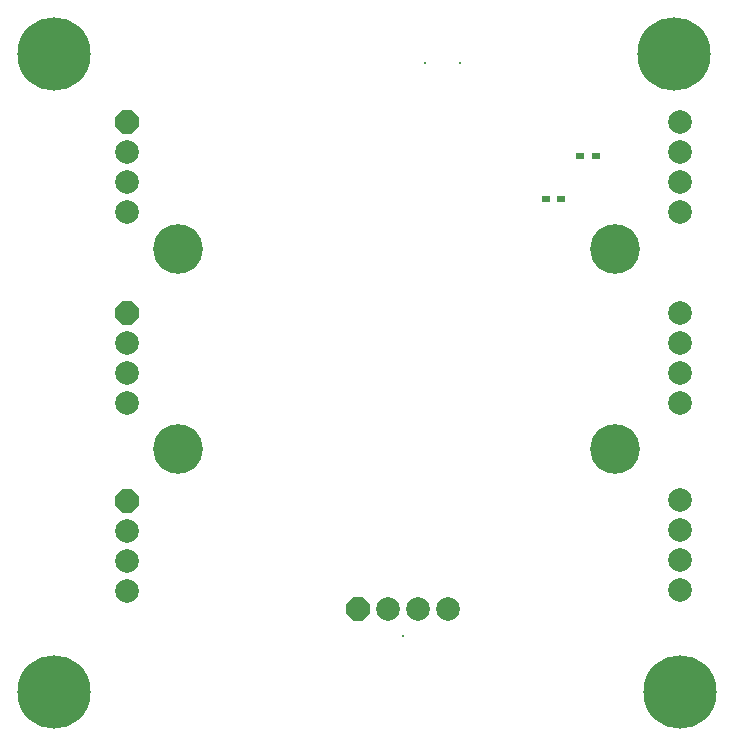
<source format=gbs>
G04 Layer_Color=16711935*
%FSLAX44Y44*%
%MOMM*%
G71*
G01*
G75*
%ADD29P,2.1683X8X292.5*%
%ADD30C,2.0032*%
G04:AMPARAMS|DCode=31|XSize=0.2032mm|YSize=0.2032mm|CornerRadius=0mm|HoleSize=0mm|Usage=FLASHONLY|Rotation=0.000|XOffset=0mm|YOffset=0mm|HoleType=Round|Shape=RoundedRectangle|*
%AMROUNDEDRECTD31*
21,1,0.2032,0.2032,0,0,0.0*
21,1,0.2032,0.2032,0,0,0.0*
1,1,0.0000,0.1016,-0.1016*
1,1,0.0000,-0.1016,-0.1016*
1,1,0.0000,-0.1016,0.1016*
1,1,0.0000,0.1016,0.1016*
%
%ADD31ROUNDEDRECTD31*%
%ADD32P,2.1683X8X22.5*%
%ADD33C,0.2032*%
%ADD34C,4.2032*%
%ADD35C,6.2032*%
%ADD36R,0.7032X0.6032*%
D29*
X102000Y370850D02*
D03*
X102000Y532600D02*
D03*
X102000Y211650D02*
D03*
D30*
Y345450D02*
D03*
Y320050D02*
D03*
Y294650D02*
D03*
X570000Y345450D02*
D03*
Y320050D02*
D03*
Y294650D02*
D03*
Y370850D02*
D03*
X102000Y507200D02*
D03*
Y481800D02*
D03*
Y456400D02*
D03*
X322300Y120000D02*
D03*
X347700D02*
D03*
X373100D02*
D03*
X570000Y507050D02*
D03*
Y481650D02*
D03*
Y456250D02*
D03*
Y532450D02*
D03*
X102000Y186250D02*
D03*
Y160850D02*
D03*
Y135450D02*
D03*
X570000Y211900D02*
D03*
Y135700D02*
D03*
Y161100D02*
D03*
Y186500D02*
D03*
D31*
X335000Y97200D02*
D03*
D32*
X296900Y120000D02*
D03*
D33*
X384010Y582500D02*
D03*
X354010D02*
D03*
D34*
X515000Y255000D02*
D03*
Y425000D02*
D03*
X145000D02*
D03*
Y255000D02*
D03*
D35*
X570000Y50000D02*
D03*
X40000D02*
D03*
Y590000D02*
D03*
X565000D02*
D03*
D36*
X485500Y503250D02*
D03*
X498500D02*
D03*
X456250Y467250D02*
D03*
X469250D02*
D03*
M02*

</source>
